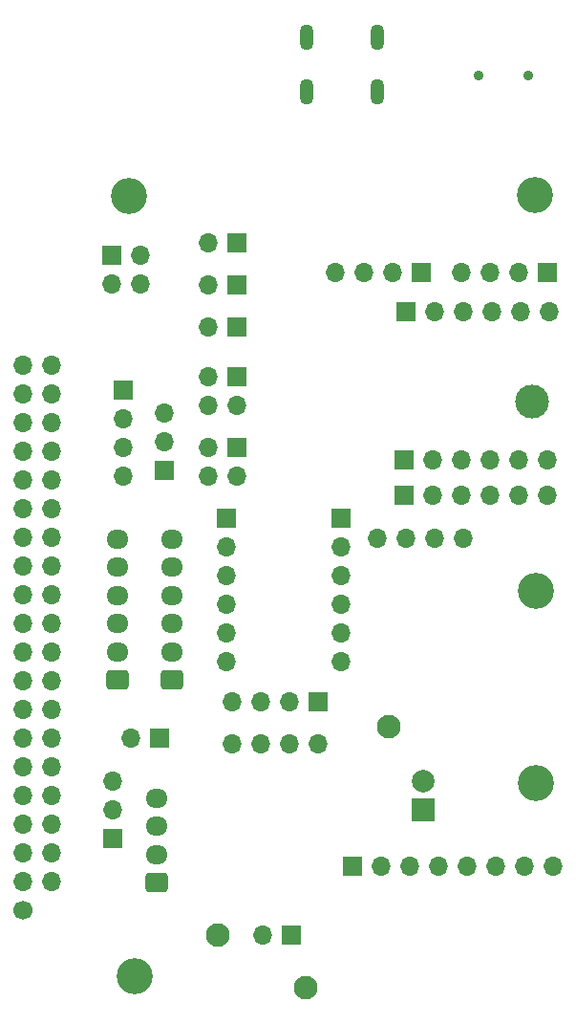
<source format=gbr>
%TF.GenerationSoftware,KiCad,Pcbnew,8.0.2*%
%TF.CreationDate,2024-07-21T18:01:21+02:00*%
%TF.ProjectId,CzlapCzlapTOP,437a6c61-7043-47a6-9c61-70544f502e6b,rev?*%
%TF.SameCoordinates,Original*%
%TF.FileFunction,Soldermask,Bot*%
%TF.FilePolarity,Negative*%
%FSLAX46Y46*%
G04 Gerber Fmt 4.6, Leading zero omitted, Abs format (unit mm)*
G04 Created by KiCad (PCBNEW 8.0.2) date 2024-07-21 18:01:21*
%MOMM*%
%LPD*%
G01*
G04 APERTURE LIST*
G04 Aperture macros list*
%AMRoundRect*
0 Rectangle with rounded corners*
0 $1 Rounding radius*
0 $2 $3 $4 $5 $6 $7 $8 $9 X,Y pos of 4 corners*
0 Add a 4 corners polygon primitive as box body*
4,1,4,$2,$3,$4,$5,$6,$7,$8,$9,$2,$3,0*
0 Add four circle primitives for the rounded corners*
1,1,$1+$1,$2,$3*
1,1,$1+$1,$4,$5*
1,1,$1+$1,$6,$7*
1,1,$1+$1,$8,$9*
0 Add four rect primitives between the rounded corners*
20,1,$1+$1,$2,$3,$4,$5,0*
20,1,$1+$1,$4,$5,$6,$7,0*
20,1,$1+$1,$6,$7,$8,$9,0*
20,1,$1+$1,$8,$9,$2,$3,0*%
G04 Aperture macros list end*
%ADD10R,1.700000X1.700000*%
%ADD11O,1.700000X1.700000*%
%ADD12C,3.200000*%
%ADD13RoundRect,0.250000X0.725000X-0.600000X0.725000X0.600000X-0.725000X0.600000X-0.725000X-0.600000X0*%
%ADD14O,1.950000X1.700000*%
%ADD15C,3.000000*%
%ADD16R,2.000000X2.000000*%
%ADD17C,2.000000*%
%ADD18O,1.254000X2.304000*%
%ADD19C,2.100000*%
%ADD20C,1.700000*%
%ADD21C,0.900000*%
G04 APERTURE END LIST*
D10*
%TO.C,U3*%
X122569600Y-56866000D03*
D11*
X125109600Y-56866000D03*
X127649600Y-56866000D03*
X130189600Y-56866000D03*
X132729600Y-56866000D03*
X135269600Y-56866000D03*
X135407400Y-43713400D03*
X132867400Y-43713400D03*
X130327400Y-43713400D03*
X127787400Y-43713400D03*
X125247400Y-43713400D03*
D10*
X122707400Y-43713400D03*
%TD*%
D12*
%TO.C,REF\u002A\u002A*%
X134213600Y-68478400D03*
%TD*%
%TO.C,REF\u002A\u002A*%
X98679000Y-102616000D03*
%TD*%
%TO.C,REF\u002A\u002A*%
X134264400Y-85445600D03*
%TD*%
%TO.C,REF\u002A\u002A*%
X98171000Y-33477200D03*
%TD*%
%TO.C,REF\u002A\u002A*%
X134112000Y-33451800D03*
%TD*%
D10*
%TO.C,RST1*%
X96697800Y-90424000D03*
D11*
X96697800Y-87884000D03*
X96697800Y-85344000D03*
%TD*%
D13*
%TO.C,J9*%
X102011200Y-76352400D03*
D14*
X102011200Y-73852400D03*
X102011200Y-71352400D03*
X102011200Y-68852400D03*
X102011200Y-66352400D03*
X102011200Y-63852400D03*
%TD*%
D10*
%TO.C,5V_3*%
X107756800Y-45086800D03*
D11*
X105216800Y-45086800D03*
%TD*%
D10*
%TO.C,U7*%
X106756200Y-61990600D03*
D11*
X106756200Y-64530600D03*
X106756200Y-67070600D03*
X106756200Y-69610600D03*
X106756200Y-72150600D03*
X106756200Y-74690600D03*
X116916200Y-74690600D03*
X116916200Y-72150600D03*
X116916200Y-69610600D03*
X116916200Y-67070600D03*
X116916200Y-64530600D03*
D10*
X116916200Y-61990600D03*
%TD*%
%TO.C,J14*%
X114909600Y-78282800D03*
D11*
X112369600Y-78282800D03*
X109829600Y-78282800D03*
X107289600Y-78282800D03*
%TD*%
D15*
%TO.C,REF\u002A\u002A*%
X133858000Y-51739800D03*
%TD*%
D10*
%TO.C,5V_2*%
X107751800Y-41351200D03*
D11*
X105211800Y-41351200D03*
%TD*%
D10*
%TO.C,J5*%
X96672400Y-38760400D03*
D11*
X99212400Y-38760400D03*
X96672400Y-41300400D03*
X99212400Y-41300400D03*
%TD*%
D16*
%TO.C,J3*%
X124206000Y-87833200D03*
D17*
X124206000Y-85293200D03*
%TD*%
D18*
%TO.C,J22*%
X113943200Y-19405600D03*
X113943200Y-24305600D03*
X120143200Y-24305600D03*
X120143200Y-19405600D03*
%TD*%
D19*
%TO.C,J15*%
X106053000Y-98959200D03*
X113853000Y-103609200D03*
D11*
X114933000Y-81979200D03*
X112393000Y-81979200D03*
X109853000Y-81979200D03*
X107313000Y-81979200D03*
%TD*%
D19*
%TO.C,U2*%
X121152000Y-80481300D03*
D11*
X127787400Y-63778500D03*
X125247400Y-63778500D03*
X122707400Y-63778500D03*
X120167400Y-63778500D03*
%TD*%
D10*
%TO.C,5V_1*%
X107751800Y-37639200D03*
D11*
X105211800Y-37639200D03*
%TD*%
D10*
%TO.C,3V3_1*%
X100888800Y-81534000D03*
D11*
X98348800Y-81534000D03*
%TD*%
D10*
%TO.C,J23*%
X117932200Y-92811600D03*
D11*
X120472200Y-92811600D03*
X123012200Y-92811600D03*
X125552200Y-92811600D03*
X128092200Y-92811600D03*
X130632200Y-92811600D03*
X133172200Y-92811600D03*
X135712200Y-92811600D03*
%TD*%
D10*
%TO.C,RST2*%
X101295200Y-57759600D03*
D11*
X101295200Y-55219600D03*
X101295200Y-52679600D03*
%TD*%
D20*
%TO.C,U1*%
X88798400Y-96723200D03*
D11*
X88798400Y-94183200D03*
X91338400Y-94183200D03*
X88798400Y-91643200D03*
X91338400Y-91643200D03*
X88798400Y-89103200D03*
X91338400Y-89103200D03*
X88798400Y-86563200D03*
X91338400Y-86563200D03*
X88798400Y-84023200D03*
X91338400Y-84023200D03*
X88798400Y-81483200D03*
X91338400Y-81483200D03*
X88798400Y-78943200D03*
X91338400Y-78943200D03*
X88798400Y-76403200D03*
X91338400Y-76403200D03*
X88798400Y-73863200D03*
X91338400Y-73863200D03*
X88798400Y-71323200D03*
X91338400Y-71323200D03*
X88798400Y-68783200D03*
X91338400Y-68783200D03*
X88798400Y-66243200D03*
X91338400Y-66243200D03*
X88798400Y-63703200D03*
X91338400Y-63703200D03*
X88798400Y-61163200D03*
X91338400Y-61163200D03*
X88798400Y-58623200D03*
X91338400Y-58623200D03*
X88798400Y-56083200D03*
X91338400Y-56083200D03*
X88798400Y-53543200D03*
X91338400Y-53543200D03*
X88798400Y-51003200D03*
X91338400Y-51003200D03*
X88798400Y-48463200D03*
X91338400Y-48463200D03*
%TD*%
D10*
%TO.C,J18*%
X124053600Y-40233600D03*
D11*
X121513600Y-40233600D03*
X118973600Y-40233600D03*
X116433600Y-40233600D03*
%TD*%
D10*
%TO.C,J19*%
X107696000Y-55727600D03*
D11*
X107696000Y-58267600D03*
X105156000Y-55727600D03*
X105156000Y-58267600D03*
%TD*%
D10*
%TO.C,J20*%
X107746800Y-49479200D03*
D11*
X107746800Y-52019200D03*
X105206800Y-49479200D03*
X105206800Y-52019200D03*
%TD*%
D10*
%TO.C,J17*%
X135280400Y-40233600D03*
D11*
X132740400Y-40233600D03*
X130200400Y-40233600D03*
X127660400Y-40233600D03*
%TD*%
D13*
%TO.C,J10*%
X97180400Y-76363200D03*
D14*
X97180400Y-73863200D03*
X97180400Y-71363200D03*
X97180400Y-68863200D03*
X97180400Y-66363200D03*
X97180400Y-63863200D03*
%TD*%
D10*
%TO.C,GPIO_1*%
X97663000Y-50698400D03*
D11*
X97663000Y-53238400D03*
X97663000Y-55778400D03*
X97663000Y-58318400D03*
%TD*%
D21*
%TO.C,J1*%
X133518000Y-22818200D03*
X129118000Y-22818200D03*
%TD*%
D13*
%TO.C,J16*%
X100639600Y-94326400D03*
D14*
X100639600Y-91826400D03*
X100639600Y-89326400D03*
X100639600Y-86826400D03*
%TD*%
D10*
%TO.C,J12*%
X122529600Y-59994800D03*
D11*
X125069600Y-59994800D03*
X127609600Y-59994800D03*
X130149600Y-59994800D03*
X132689600Y-59994800D03*
X135229600Y-59994800D03*
%TD*%
D10*
%TO.C,M1*%
X112522000Y-98907600D03*
D11*
X109982000Y-98907600D03*
%TD*%
M02*

</source>
